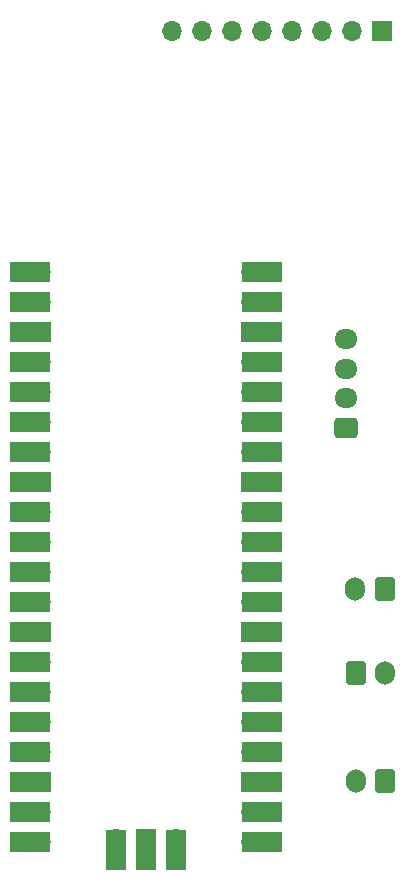
<source format=gbr>
%TF.GenerationSoftware,KiCad,Pcbnew,7.0.2*%
%TF.CreationDate,2023-04-28T23:05:57+02:00*%
%TF.ProjectId,Husvagn,48757376-6167-46e2-9e6b-696361645f70,rev?*%
%TF.SameCoordinates,Original*%
%TF.FileFunction,Copper,L1,Top*%
%TF.FilePolarity,Positive*%
%FSLAX46Y46*%
G04 Gerber Fmt 4.6, Leading zero omitted, Abs format (unit mm)*
G04 Created by KiCad (PCBNEW 7.0.2) date 2023-04-28 23:05:57*
%MOMM*%
%LPD*%
G01*
G04 APERTURE LIST*
G04 Aperture macros list*
%AMRoundRect*
0 Rectangle with rounded corners*
0 $1 Rounding radius*
0 $2 $3 $4 $5 $6 $7 $8 $9 X,Y pos of 4 corners*
0 Add a 4 corners polygon primitive as box body*
4,1,4,$2,$3,$4,$5,$6,$7,$8,$9,$2,$3,0*
0 Add four circle primitives for the rounded corners*
1,1,$1+$1,$2,$3*
1,1,$1+$1,$4,$5*
1,1,$1+$1,$6,$7*
1,1,$1+$1,$8,$9*
0 Add four rect primitives between the rounded corners*
20,1,$1+$1,$2,$3,$4,$5,0*
20,1,$1+$1,$4,$5,$6,$7,0*
20,1,$1+$1,$6,$7,$8,$9,0*
20,1,$1+$1,$8,$9,$2,$3,0*%
G04 Aperture macros list end*
%TA.AperFunction,ComponentPad*%
%ADD10RoundRect,0.250000X0.600000X0.750000X-0.600000X0.750000X-0.600000X-0.750000X0.600000X-0.750000X0*%
%TD*%
%TA.AperFunction,ComponentPad*%
%ADD11O,1.700000X2.000000*%
%TD*%
%TA.AperFunction,ComponentPad*%
%ADD12RoundRect,0.250000X0.725000X-0.600000X0.725000X0.600000X-0.725000X0.600000X-0.725000X-0.600000X0*%
%TD*%
%TA.AperFunction,ComponentPad*%
%ADD13O,1.950000X1.700000*%
%TD*%
%TA.AperFunction,ComponentPad*%
%ADD14R,1.700000X1.700000*%
%TD*%
%TA.AperFunction,ComponentPad*%
%ADD15O,1.700000X1.700000*%
%TD*%
%TA.AperFunction,SMDPad,CuDef*%
%ADD16R,1.700000X3.500000*%
%TD*%
%TA.AperFunction,SMDPad,CuDef*%
%ADD17R,3.500000X1.700000*%
%TD*%
%TA.AperFunction,ComponentPad*%
%ADD18RoundRect,0.250000X-0.600000X-0.750000X0.600000X-0.750000X0.600000X0.750000X-0.600000X0.750000X0*%
%TD*%
G04 APERTURE END LIST*
D10*
%TO.P,Switch2,1,Pin_1*%
%TO.N,Net-(Screen1-Pin_1)*%
X171360000Y-85230000D03*
D11*
%TO.P,Switch2,2,Pin_2*%
%TO.N,Net-(MPU6050-Pin_1)*%
X168860000Y-85230000D03*
%TD*%
D10*
%TO.P,Power1,1,Pin_1*%
%TO.N,Net-(Power1-Pin_1)*%
X171410000Y-101510000D03*
D11*
%TO.P,Power1,2,Pin_2*%
%TO.N,Net-(MPU6050-Pin_2)*%
X168910000Y-101510000D03*
%TD*%
D12*
%TO.P,Screen1,1,Pin_1*%
%TO.N,Net-(Screen1-Pin_1)*%
X168050000Y-71590000D03*
D13*
%TO.P,Screen1,2,Pin_2*%
%TO.N,Net-(MPU6050-Pin_2)*%
X168050000Y-69090000D03*
%TO.P,Screen1,3,Pin_3*%
%TO.N,Net-(MPU6050-Pin_3)*%
X168050000Y-66590000D03*
%TO.P,Screen1,4,Pin_4*%
%TO.N,Net-(MPU6050-Pin_4)*%
X168050000Y-64090000D03*
%TD*%
D14*
%TO.P,MPU6050,1,Pin_1*%
%TO.N,Net-(MPU6050-Pin_1)*%
X171100000Y-38000000D03*
D15*
%TO.P,MPU6050,2,Pin_2*%
%TO.N,Net-(MPU6050-Pin_2)*%
X168560000Y-38000000D03*
%TO.P,MPU6050,3,Pin_3*%
%TO.N,Net-(MPU6050-Pin_3)*%
X166020000Y-38000000D03*
%TO.P,MPU6050,4,Pin_4*%
%TO.N,Net-(MPU6050-Pin_4)*%
X163480000Y-38000000D03*
%TO.P,MPU6050,5,Pin_5*%
%TO.N,unconnected-(MPU6050-Pin_5-Pad5)*%
X160940000Y-38000000D03*
%TO.P,MPU6050,6,Pin_6*%
%TO.N,unconnected-(MPU6050-Pin_6-Pad6)*%
X158400000Y-38000000D03*
%TO.P,MPU6050,7,Pin_7*%
%TO.N,unconnected-(MPU6050-Pin_7-Pad7)*%
X155860000Y-38000000D03*
%TO.P,MPU6050,8,Pin_8*%
%TO.N,unconnected-(MPU6050-Pin_8-Pad8)*%
X153320000Y-38000000D03*
%TD*%
D16*
%TO.P,U1,43,SWDIO*%
%TO.N,unconnected-(U1-SWDIO-Pad43)*%
X153670000Y-107350000D03*
D15*
X153670000Y-106450000D03*
D16*
%TO.P,U1,42,GND*%
%TO.N,unconnected-(U1-GND-Pad42)*%
X151130000Y-107350000D03*
D14*
X151130000Y-106450000D03*
D16*
%TO.P,U1,41,SWCLK*%
%TO.N,unconnected-(U1-SWCLK-Pad41)*%
X148590000Y-107350000D03*
D15*
X148590000Y-106450000D03*
D17*
%TO.P,U1,40,VBUS*%
%TO.N,unconnected-(U1-VBUS-Pad40)*%
X160920000Y-58420000D03*
D15*
X160020000Y-58420000D03*
D17*
%TO.P,U1,39,VSYS*%
%TO.N,Net-(MPU6050-Pin_1)*%
X160920000Y-60960000D03*
D15*
X160020000Y-60960000D03*
D17*
%TO.P,U1,38,GND*%
%TO.N,unconnected-(U1-GND-Pad38)*%
X160920000Y-63500000D03*
D14*
X160020000Y-63500000D03*
D17*
%TO.P,U1,37,3V3_EN*%
%TO.N,unconnected-(U1-3V3_EN-Pad37)*%
X160920000Y-66040000D03*
D15*
X160020000Y-66040000D03*
D17*
%TO.P,U1,36,3V3*%
%TO.N,unconnected-(U1-3V3-Pad36)*%
X160920000Y-68580000D03*
D15*
X160020000Y-68580000D03*
D17*
%TO.P,U1,35,ADC_VREF*%
%TO.N,unconnected-(U1-ADC_VREF-Pad35)*%
X160920000Y-71120000D03*
D15*
X160020000Y-71120000D03*
D17*
%TO.P,U1,34,GPIO28_ADC2*%
%TO.N,unconnected-(U1-GPIO28_ADC2-Pad34)*%
X160920000Y-73660000D03*
D15*
X160020000Y-73660000D03*
D17*
%TO.P,U1,33,AGND*%
%TO.N,unconnected-(U1-AGND-Pad33)*%
X160920000Y-76200000D03*
D14*
X160020000Y-76200000D03*
D17*
%TO.P,U1,32,GPIO27_ADC1*%
%TO.N,unconnected-(U1-GPIO27_ADC1-Pad32)*%
X160920000Y-78740000D03*
D15*
X160020000Y-78740000D03*
D17*
%TO.P,U1,31,GPIO26_ADC0*%
%TO.N,unconnected-(U1-GPIO26_ADC0-Pad31)*%
X160920000Y-81280000D03*
D15*
X160020000Y-81280000D03*
D17*
%TO.P,U1,30,RUN*%
%TO.N,unconnected-(U1-RUN-Pad30)*%
X160920000Y-83820000D03*
D15*
X160020000Y-83820000D03*
D17*
%TO.P,U1,29,GPIO22*%
%TO.N,unconnected-(U1-GPIO22-Pad29)*%
X160920000Y-86360000D03*
D15*
X160020000Y-86360000D03*
D17*
%TO.P,U1,28,GND*%
%TO.N,unconnected-(U1-GND-Pad28)*%
X160920000Y-88900000D03*
D14*
X160020000Y-88900000D03*
D17*
%TO.P,U1,27,GPIO21*%
%TO.N,unconnected-(U1-GPIO21-Pad27)*%
X160920000Y-91440000D03*
D15*
X160020000Y-91440000D03*
D17*
%TO.P,U1,26,GPIO20*%
%TO.N,unconnected-(U1-GPIO20-Pad26)*%
X160920000Y-93980000D03*
D15*
X160020000Y-93980000D03*
D17*
%TO.P,U1,25,GPIO19*%
%TO.N,unconnected-(U1-GPIO19-Pad25)*%
X160920000Y-96520000D03*
D15*
X160020000Y-96520000D03*
D17*
%TO.P,U1,24,GPIO18*%
%TO.N,unconnected-(U1-GPIO18-Pad24)*%
X160920000Y-99060000D03*
D15*
X160020000Y-99060000D03*
D17*
%TO.P,U1,23,GND*%
%TO.N,Net-(MPU6050-Pin_2)*%
X160920000Y-101600000D03*
D14*
X160020000Y-101600000D03*
D17*
%TO.P,U1,22,GPIO17*%
%TO.N,unconnected-(U1-GPIO17-Pad22)*%
X160920000Y-104140000D03*
D15*
X160020000Y-104140000D03*
D17*
%TO.P,U1,21,GPIO16*%
%TO.N,unconnected-(U1-GPIO16-Pad21)*%
X160920000Y-106680000D03*
D15*
X160020000Y-106680000D03*
D17*
%TO.P,U1,20,GPIO15*%
%TO.N,unconnected-(U1-GPIO15-Pad20)*%
X141340000Y-106680000D03*
D15*
X142240000Y-106680000D03*
D17*
%TO.P,U1,19,GPIO14*%
%TO.N,unconnected-(U1-GPIO14-Pad19)*%
X141340000Y-104140000D03*
D15*
X142240000Y-104140000D03*
D17*
%TO.P,U1,18,GND*%
%TO.N,unconnected-(U1-GND-Pad18)*%
X141340000Y-101600000D03*
D14*
X142240000Y-101600000D03*
D17*
%TO.P,U1,17,GPIO13*%
%TO.N,unconnected-(U1-GPIO13-Pad17)*%
X141340000Y-99060000D03*
D15*
X142240000Y-99060000D03*
D17*
%TO.P,U1,16,GPIO12*%
%TO.N,unconnected-(U1-GPIO12-Pad16)*%
X141340000Y-96520000D03*
D15*
X142240000Y-96520000D03*
D17*
%TO.P,U1,15,GPIO11*%
%TO.N,unconnected-(U1-GPIO11-Pad15)*%
X141340000Y-93980000D03*
D15*
X142240000Y-93980000D03*
D17*
%TO.P,U1,14,GPIO10*%
%TO.N,unconnected-(U1-GPIO10-Pad14)*%
X141340000Y-91440000D03*
D15*
X142240000Y-91440000D03*
D17*
%TO.P,U1,13,GND*%
%TO.N,unconnected-(U1-GND-Pad13)*%
X141340000Y-88900000D03*
D14*
X142240000Y-88900000D03*
D17*
%TO.P,U1,12,GPIO9*%
%TO.N,unconnected-(U1-GPIO9-Pad12)*%
X141340000Y-86360000D03*
D15*
X142240000Y-86360000D03*
D17*
%TO.P,U1,11,GPIO8*%
%TO.N,unconnected-(U1-GPIO8-Pad11)*%
X141340000Y-83820000D03*
D15*
X142240000Y-83820000D03*
D17*
%TO.P,U1,10,GPIO7*%
%TO.N,unconnected-(U1-GPIO7-Pad10)*%
X141340000Y-81280000D03*
D15*
X142240000Y-81280000D03*
D17*
%TO.P,U1,9,GPIO6*%
%TO.N,unconnected-(U1-GPIO6-Pad9)*%
X141340000Y-78740000D03*
D15*
X142240000Y-78740000D03*
D17*
%TO.P,U1,8,GND*%
%TO.N,unconnected-(U1-GND-Pad8)*%
X141340000Y-76200000D03*
D14*
X142240000Y-76200000D03*
D17*
%TO.P,U1,7,GPIO5*%
%TO.N,unconnected-(U1-GPIO5-Pad7)*%
X141340000Y-73660000D03*
D15*
X142240000Y-73660000D03*
D17*
%TO.P,U1,6,GPIO4*%
%TO.N,unconnected-(U1-GPIO4-Pad6)*%
X141340000Y-71120000D03*
D15*
X142240000Y-71120000D03*
D17*
%TO.P,U1,5,GPIO3*%
%TO.N,unconnected-(U1-GPIO3-Pad5)*%
X141340000Y-68580000D03*
D15*
X142240000Y-68580000D03*
D17*
%TO.P,U1,4,GPIO2*%
%TO.N,unconnected-(U1-GPIO2-Pad4)*%
X141340000Y-66040000D03*
D15*
X142240000Y-66040000D03*
D17*
%TO.P,U1,3,GND*%
%TO.N,unconnected-(U1-GND-Pad3)*%
X141340000Y-63500000D03*
D14*
X142240000Y-63500000D03*
D17*
%TO.P,U1,2,GPIO1*%
%TO.N,Net-(MPU6050-Pin_3)*%
X141340000Y-60960000D03*
D15*
X142240000Y-60960000D03*
D17*
%TO.P,U1,1,GPIO0*%
%TO.N,Net-(MPU6050-Pin_4)*%
X141340000Y-58420000D03*
D15*
X142240000Y-58420000D03*
%TD*%
D18*
%TO.P,Switch1,1,Pin_1*%
%TO.N,Net-(MPU6050-Pin_1)*%
X168880000Y-92330000D03*
D11*
%TO.P,Switch1,2,Pin_2*%
%TO.N,Net-(Power1-Pin_1)*%
X171380000Y-92330000D03*
%TD*%
M02*

</source>
